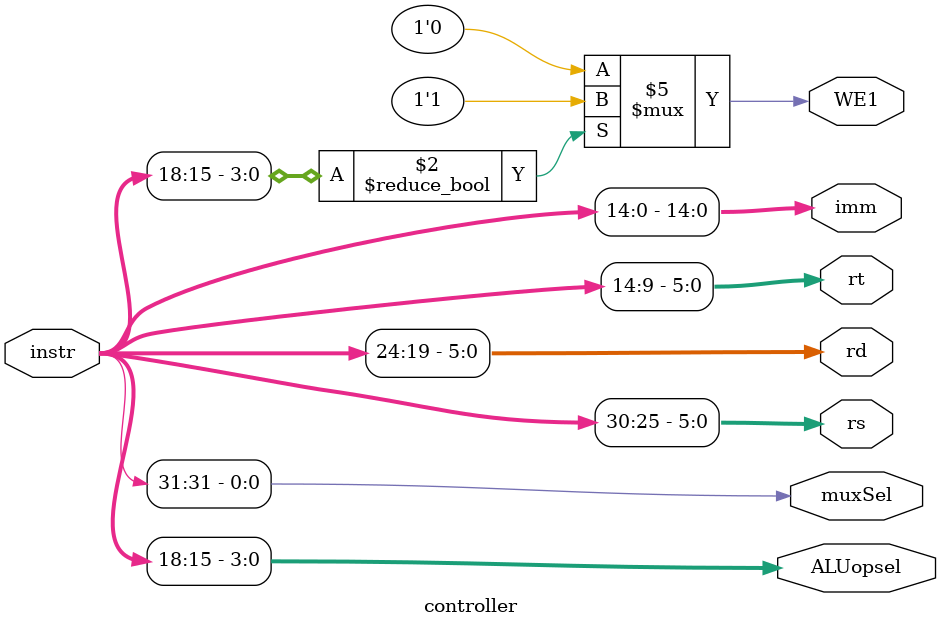
<source format=sv>
`timescale 1ns / 1ps


module controller(
input [31:0]instr,
output reg [3:0]ALUopsel,
output reg muxSel,
output reg WE1,
output reg [5:0]rs,
output reg [5:0]rd,
output reg [5:0]rt,
output reg [14:0] imm
    );
initial 
    begin
    muxSel = 0;
    WE1 = 1;
    end
always @(instr)
begin
    muxSel = instr[31:31];
    rs = instr[30:25];
    rd = instr[24:19];
    ALUopsel = instr[18:15];
    rt = instr[14:9];
    imm = instr[14:0];
    if(ALUopsel != 4'b0000)
    begin
        WE1 = 1;
    end
    else
    begin
        WE1 = 0;
    end
end
endmodule

</source>
